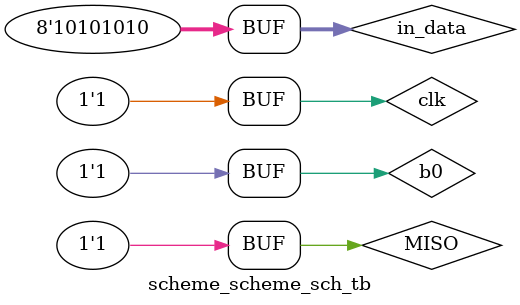
<source format=v>

`timescale 1us / 1ps

module scheme_scheme_sch_tb();

// Inputs
   reg clk;
   reg b0;
   reg MISO;
   reg [7:0] in_data;

// Output
   wire CS;
   wire clkSeq;
   wire MOSI;
   wire [7:0] RM;

// Bidirs

// Instantiate the UUT
   scheme UUT (
		.clk(clk), 
		.b0(b0), 
		.MISO(MISO), 
		.CS(CS), 
		.clkSeq(clkSeq), 
		.MOSI(MOSI), 
		.RM(RM), 
		.in_data(in_data)
   );
// Initialize Inputs
    initial begin
	in_data=8'b10101010;
    MISO = 1;
    b0=1;
    #1000000;
    b0=0;
    #1000000;
    b0=1;
//    //#100020;
//    #100000;
//    b0=0;
//    #10000;
//    b0=1;
	end
	
	always
	  begin
	  #5;
	  clk = 0;
	  #5;
	  clk = 1;
	  end
endmodule

</source>
